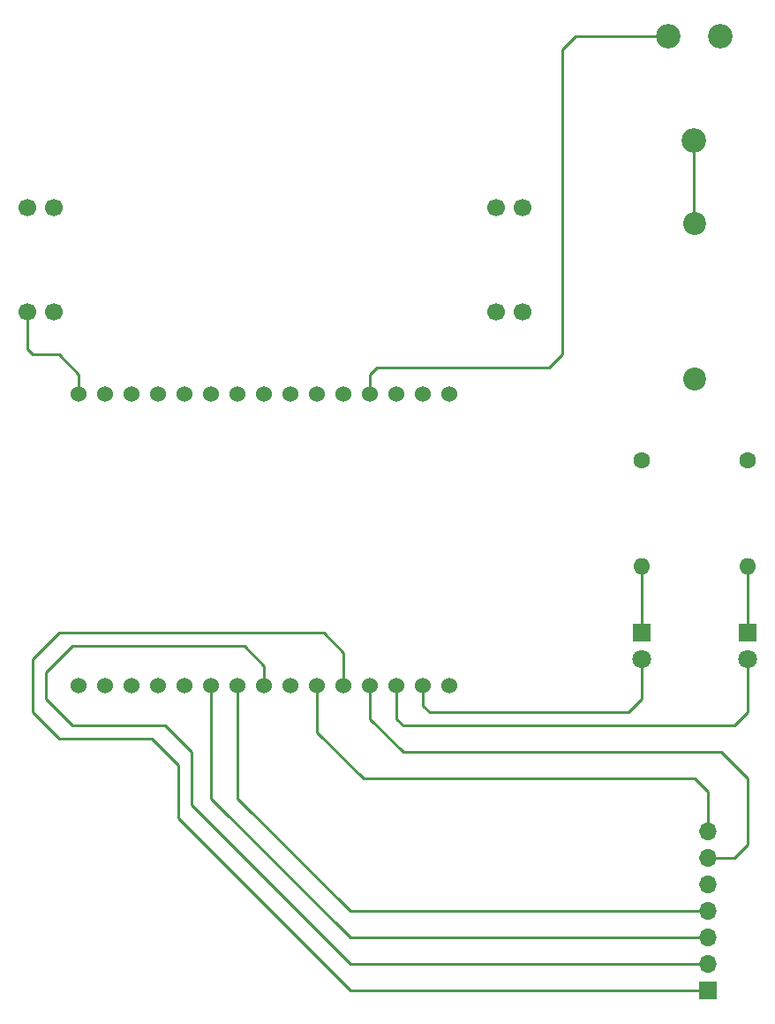
<source format=gbr>
G04 #@! TF.FileFunction,Copper,L1,Top,Signal*
%FSLAX46Y46*%
G04 Gerber Fmt 4.6, Leading zero omitted, Abs format (unit mm)*
G04 Created by KiCad (PCBNEW 4.0.7-e2-6376~58~ubuntu16.04.1) date Mon Jan 29 12:29:23 2018*
%MOMM*%
%LPD*%
G01*
G04 APERTURE LIST*
%ADD10C,0.100000*%
%ADD11C,2.200000*%
%ADD12R,1.800000X1.800000*%
%ADD13C,1.800000*%
%ADD14R,1.700000X1.700000*%
%ADD15O,1.700000X1.700000*%
%ADD16C,1.600000*%
%ADD17O,1.600000X1.600000*%
%ADD18C,1.524000*%
%ADD19C,1.700000*%
%ADD20C,2.340000*%
%ADD21C,0.250000*%
G04 APERTURE END LIST*
D10*
D11*
X184150000Y-78910000D03*
X184150000Y-93810000D03*
D12*
X179070000Y-118110000D03*
D13*
X179070000Y-120650000D03*
D12*
X189230000Y-118110000D03*
D13*
X189230000Y-120650000D03*
D14*
X185420000Y-152400000D03*
D15*
X185420000Y-149860000D03*
X185420000Y-147320000D03*
X185420000Y-144780000D03*
X185420000Y-142240000D03*
X185420000Y-139700000D03*
X185420000Y-137160000D03*
D16*
X179070000Y-101600000D03*
D17*
X179070000Y-111760000D03*
D16*
X189230000Y-101600000D03*
D17*
X189230000Y-111760000D03*
D18*
X160655000Y-95250000D03*
X158115000Y-95250000D03*
X155575000Y-95250000D03*
X153035000Y-95250000D03*
X150495000Y-95250000D03*
X147955000Y-95250000D03*
X145415000Y-95250000D03*
X142875000Y-95250000D03*
X140335000Y-95250000D03*
X137795000Y-95250000D03*
X135255000Y-95250000D03*
X132715000Y-95250000D03*
X130175000Y-95250000D03*
X127635000Y-95250000D03*
X125095000Y-95250000D03*
X125095000Y-123190000D03*
X127635000Y-123190000D03*
X130175000Y-123190000D03*
X132715000Y-123190000D03*
X135255000Y-123190000D03*
X137795000Y-123190000D03*
X140335000Y-123190000D03*
X142875000Y-123190000D03*
X145415000Y-123190000D03*
X147955000Y-123190000D03*
X150495000Y-123190000D03*
X153035000Y-123190000D03*
X155575000Y-123190000D03*
X158115000Y-123190000D03*
X160655000Y-123190000D03*
D19*
X165100000Y-87376000D03*
X165100000Y-77343000D03*
X167640000Y-77343000D03*
X120142000Y-87376000D03*
X122682000Y-87376000D03*
X167640000Y-87376000D03*
X122682000Y-77343000D03*
X120142000Y-77343000D03*
D20*
X186610000Y-60960000D03*
X184110000Y-70960000D03*
X181610000Y-60960000D03*
D21*
X184110000Y-70960000D02*
X184110000Y-78870000D01*
X184110000Y-78870000D02*
X184150000Y-78910000D01*
X179070000Y-118110000D02*
X179070000Y-111760000D01*
X158115000Y-123190000D02*
X158115000Y-125095000D01*
X179070000Y-124460000D02*
X179070000Y-120650000D01*
X177800000Y-125730000D02*
X179070000Y-124460000D01*
X158750000Y-125730000D02*
X177800000Y-125730000D01*
X158115000Y-125095000D02*
X158750000Y-125730000D01*
X189230000Y-118110000D02*
X189230000Y-111760000D01*
X155575000Y-123190000D02*
X155575000Y-126365000D01*
X189230000Y-125730000D02*
X189230000Y-120650000D01*
X187960000Y-127000000D02*
X189230000Y-125730000D01*
X156210000Y-127000000D02*
X187960000Y-127000000D01*
X155575000Y-126365000D02*
X156210000Y-127000000D01*
X150495000Y-123190000D02*
X150495000Y-120015000D01*
X151130000Y-152400000D02*
X185420000Y-152400000D01*
X134620000Y-135890000D02*
X151130000Y-152400000D01*
X134620000Y-130810000D02*
X134620000Y-135890000D01*
X132080000Y-128270000D02*
X134620000Y-130810000D01*
X123190000Y-128270000D02*
X132080000Y-128270000D01*
X120650000Y-125730000D02*
X123190000Y-128270000D01*
X120650000Y-120650000D02*
X120650000Y-125730000D01*
X123190000Y-118110000D02*
X120650000Y-120650000D01*
X148590000Y-118110000D02*
X123190000Y-118110000D01*
X150495000Y-120015000D02*
X148590000Y-118110000D01*
X142875000Y-123190000D02*
X142875000Y-121285000D01*
X151130000Y-149860000D02*
X185420000Y-149860000D01*
X135890000Y-134620000D02*
X151130000Y-149860000D01*
X135890000Y-129540000D02*
X135890000Y-134620000D01*
X133350000Y-127000000D02*
X135890000Y-129540000D01*
X124460000Y-127000000D02*
X133350000Y-127000000D01*
X121920000Y-124460000D02*
X124460000Y-127000000D01*
X121920000Y-121920000D02*
X121920000Y-124460000D01*
X124460000Y-119380000D02*
X121920000Y-121920000D01*
X140970000Y-119380000D02*
X124460000Y-119380000D01*
X142875000Y-121285000D02*
X140970000Y-119380000D01*
X137795000Y-123190000D02*
X137795000Y-133985000D01*
X151130000Y-147320000D02*
X185420000Y-147320000D01*
X137795000Y-133985000D02*
X151130000Y-147320000D01*
X140335000Y-123190000D02*
X140335000Y-133985000D01*
X151130000Y-144780000D02*
X185420000Y-144780000D01*
X140335000Y-133985000D02*
X151130000Y-144780000D01*
X153035000Y-123190000D02*
X153035000Y-126365000D01*
X187960000Y-139700000D02*
X185420000Y-139700000D01*
X189230000Y-138430000D02*
X187960000Y-139700000D01*
X189230000Y-132080000D02*
X189230000Y-138430000D01*
X186690000Y-129540000D02*
X189230000Y-132080000D01*
X156210000Y-129540000D02*
X186690000Y-129540000D01*
X153035000Y-126365000D02*
X156210000Y-129540000D01*
X147955000Y-123190000D02*
X147955000Y-127635000D01*
X185420000Y-133350000D02*
X185420000Y-137160000D01*
X184150000Y-132080000D02*
X185420000Y-133350000D01*
X152400000Y-132080000D02*
X184150000Y-132080000D01*
X147955000Y-127635000D02*
X152400000Y-132080000D01*
X153035000Y-95250000D02*
X153035000Y-93345000D01*
X172720000Y-60960000D02*
X181610000Y-60960000D01*
X171450000Y-62230000D02*
X172720000Y-60960000D01*
X171450000Y-91440000D02*
X171450000Y-62230000D01*
X170180000Y-92710000D02*
X171450000Y-91440000D01*
X153670000Y-92710000D02*
X170180000Y-92710000D01*
X153035000Y-93345000D02*
X153670000Y-92710000D01*
X120142000Y-87376000D02*
X120142000Y-90932000D01*
X125095000Y-93345000D02*
X125095000Y-95250000D01*
X123190000Y-91440000D02*
X125095000Y-93345000D01*
X120650000Y-91440000D02*
X123190000Y-91440000D01*
X120142000Y-90932000D02*
X120650000Y-91440000D01*
M02*

</source>
